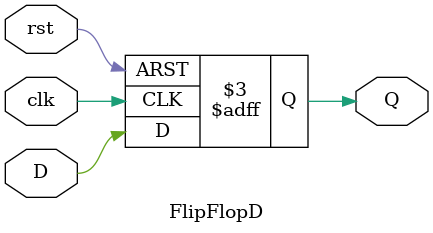
<source format=v>
`timescale 1ns / 1ps


module FlipFlopD(
    input D, clk,rst,
    output reg Q);
    
always @ (posedge(clk), posedge(rst))
begin
    if (rst == 1)
        Q <= 1'b0;
    else
            Q <= D;
end
endmodule


</source>
